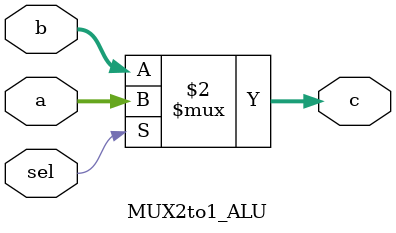
<source format=v>
module MUX2to1_ALU(
    input [31:0] a,
    input [31:0] b,
    input sel,
    output [31:0] c
);
    assign c = (sel == 1'b1) ? a : b;
endmodule

</source>
